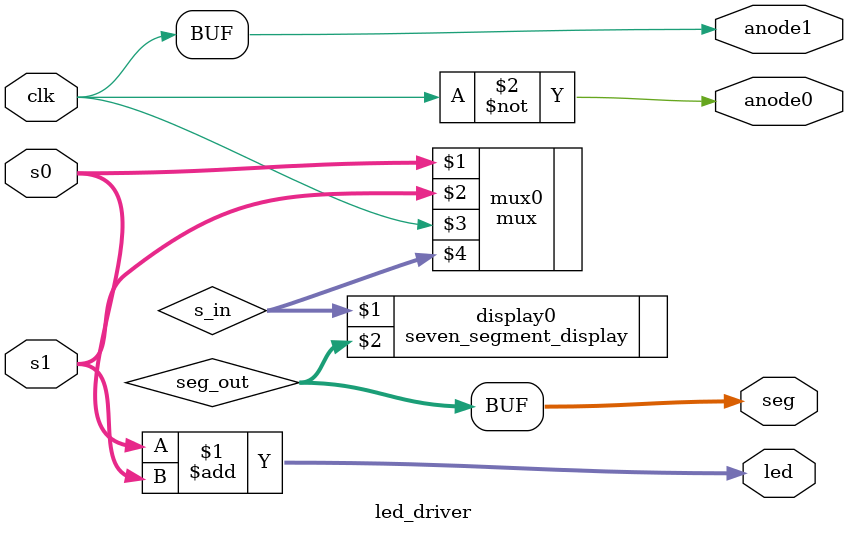
<source format=sv>

/*
lab1_top.sv

Drives give LEDs and two 7-segment displays based on inputs from
eight switches. 7-segment displays count up from 0-F in hex based
on the binary value encoded by the state of the switches: the first four
correspond to the first 7-segment display, and the second four switches to
the second 7-segment display. The five LEDs represent the sum of the values 
encoded by the two sets of four switches. Which set of switches (s0 or s1)
are read and which 7-seg display (seg0 or seg1) depends on if clk is 0 or 1

Madeleine Kan
mkan@hmc.edu
9 September, 2025
*/
`timescale 1ns/1ns
module led_driver(
	input logic clk,
	input logic [3:0] s0, s1,
	output logic [4:0] led,
	output logic [6:0] seg,
	output logic anode0, anode1
);
	logic [3:0] s_in;
	logic [6:0] seg_out;
	
	// Assign LED output
	assign led = s0 + s1;
	
	// Mux input
	mux mux0(s0, s1, clk, s_in); 
	// Feed input to seven_segment_display
	seven_segment_display display0(s_in, seg_out);

	// Control seven-segment display common anodes
	assign anode0 = ~clk;
	assign anode1 = clk;
	
	// drive seven-segment displays
	assign seg = seg_out;
	
	
	
endmodule
</source>
